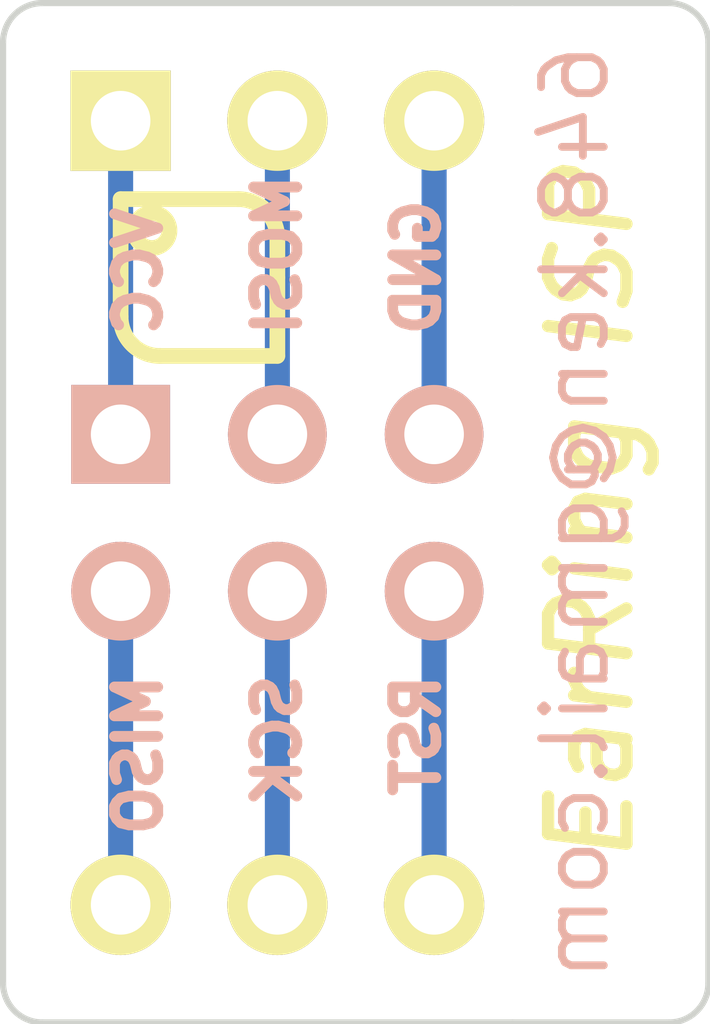
<source format=kicad_pcb>
(kicad_pcb (version 4) (host pcbnew "(2015-08-15 BZR 6092)-product")

  (general
    (links 6)
    (no_connects 0)
    (area 207.594999 86.944999 219.125001 103.555001)
    (thickness 1.6)
    (drawings 22)
    (tracks 6)
    (zones 0)
    (modules 7)
    (nets 7)
  )

  (page USLetter)
  (layers
    (0 F.Cu signal)
    (31 B.Cu signal)
    (34 B.Paste user)
    (35 F.Paste user)
    (36 B.SilkS user)
    (37 F.SilkS user)
    (38 B.Mask user)
    (39 F.Mask user hide)
    (40 Dwgs.User user)
    (44 Edge.Cuts user)
  )

  (setup
    (last_trace_width 0.4064)
    (user_trace_width 0.254)
    (user_trace_width 0.3048)
    (user_trace_width 0.4064)
    (user_trace_width 0.6096)
    (user_trace_width 2.032)
    (trace_clearance 0.1524)
    (zone_clearance 0.508)
    (zone_45_only no)
    (trace_min 0.1524)
    (segment_width 0.254)
    (edge_width 0.1)
    (via_size 0.6858)
    (via_drill 0.3302)
    (via_min_size 0.6858)
    (via_min_drill 0.3302)
    (user_via 1 0.5)
    (uvia_size 0.762)
    (uvia_drill 0.508)
    (uvias_allowed no)
    (uvia_min_size 0.508)
    (uvia_min_drill 0.127)
    (pcb_text_width 0.3)
    (pcb_text_size 1.5 1.5)
    (mod_edge_width 0.15)
    (mod_text_size 1 1)
    (mod_text_width 0.15)
    (pad_size 1.6 1.6)
    (pad_drill 0.9652)
    (pad_to_mask_clearance 0)
    (aux_axis_origin 0 0)
    (grid_origin 210.82 95.25)
    (visible_elements 7FFFFFFF)
    (pcbplotparams
      (layerselection 0x010f0_80000001)
      (usegerberextensions true)
      (excludeedgelayer true)
      (linewidth 0.100000)
      (plotframeref false)
      (viasonmask false)
      (mode 1)
      (useauxorigin false)
      (hpglpennumber 1)
      (hpglpenspeed 20)
      (hpglpendiameter 15)
      (hpglpenoverlay 2)
      (psnegative false)
      (psa4output false)
      (plotreference true)
      (plotvalue true)
      (plotinvisibletext false)
      (padsonsilk false)
      (subtractmaskfromsilk false)
      (outputformat 1)
      (mirror false)
      (drillshape 0)
      (scaleselection 1)
      (outputdirectory gerbers/))
  )

  (net 0 "")
  (net 1 GND)
  (net 2 +BATT)
  (net 3 "Net-(CON1-Pad1)")
  (net 4 "Net-(CON1-Pad3)")
  (net 5 "Net-(CON1-Pad4)")
  (net 6 "Net-(CON1-Pad5)")

  (net_class Default "This is the default net class."
    (clearance 0.1524)
    (trace_width 0.1524)
    (via_dia 0.6858)
    (via_drill 0.3302)
    (uvia_dia 0.762)
    (uvia_drill 0.508)
    (add_net +BATT)
    (add_net GND)
    (add_net "Net-(CON1-Pad1)")
    (add_net "Net-(CON1-Pad3)")
    (add_net "Net-(CON1-Pad4)")
    (add_net "Net-(CON1-Pad5)")
  )

  (module Pin_Headers:Pin_Header_Straight_1x01 (layer F.Cu) (tedit 582D3550) (tstamp 56ECD20A)
    (at 212.09 88.9)
    (descr "Through hole pin header")
    (tags "pin header")
    (path /56ECD1EE)
    (fp_text reference P5 (at 0 0) (layer F.SilkS) hide
      (effects (font (size 0.254 0.254) (thickness 0.0635)))
    )
    (fp_text value MOSI (at 0 -3.1) (layer F.Fab)
      (effects (font (size 1 1) (thickness 0.15)))
    )
    (fp_line (start -1.75 -1.75) (end -1.75 1.75) (layer F.CrtYd) (width 0.05))
    (fp_line (start 1.75 -1.75) (end 1.75 1.75) (layer F.CrtYd) (width 0.05))
    (fp_line (start -1.75 -1.75) (end 1.75 -1.75) (layer F.CrtYd) (width 0.05))
    (fp_line (start -1.75 1.75) (end 1.75 1.75) (layer F.CrtYd) (width 0.05))
    (pad 1 thru_hole circle (at 0 0) (size 1.6256 1.6256) (drill 0.9652) (layers *.Cu F.SilkS F.Mask)
      (net 5 "Net-(CON1-Pad4)"))
  )

  (module Pin_Headers:Pin_Header_Straight_1x01 (layer F.Cu) (tedit 582D3558) (tstamp 56ECD214)
    (at 214.63 88.9)
    (descr "Through hole pin header")
    (tags "pin header")
    (path /56ECD24D)
    (fp_text reference P7 (at 0 0) (layer F.SilkS) hide
      (effects (font (size 0.254 0.254) (thickness 0.0635)))
    )
    (fp_text value GND (at 0 -3.1) (layer F.Fab)
      (effects (font (size 1 1) (thickness 0.15)))
    )
    (fp_line (start -1.75 -1.75) (end -1.75 1.75) (layer F.CrtYd) (width 0.05))
    (fp_line (start 1.75 -1.75) (end 1.75 1.75) (layer F.CrtYd) (width 0.05))
    (fp_line (start -1.75 -1.75) (end 1.75 -1.75) (layer F.CrtYd) (width 0.05))
    (fp_line (start -1.75 1.75) (end 1.75 1.75) (layer F.CrtYd) (width 0.05))
    (pad 1 thru_hole circle (at 0 0) (size 1.6256 1.6256) (drill 0.9652) (layers *.Cu F.SilkS F.Mask)
      (net 1 GND))
  )

  (module Housings_DIP:DIP-6_W7.62mm (layer F.Cu) (tedit 582D3581) (tstamp 57F467B7)
    (at 209.55 96.52 90)
    (descr "6-lead dip package, row spacing 7.62 mm (300 mils)")
    (tags "dil dip 2.54 300")
    (path /57F46F3D)
    (fp_text reference CON1 (at 0 -2.54 90) (layer F.SilkS) hide
      (effects (font (size 1 1) (thickness 0.15)))
    )
    (fp_text value AVR-ISP-6 (at 0 -3.72 90) (layer F.Fab)
      (effects (font (size 1 1) (thickness 0.15)))
    )
    (pad 1 thru_hole oval (at 0 0 90) (size 1.6 1.6) (drill 0.9652) (layers *.Cu B.SilkS B.Mask)
      (net 3 "Net-(CON1-Pad1)"))
    (pad 2 thru_hole rect (at 2.54 0 90) (size 1.6 1.6) (drill 0.9652) (layers *.Cu B.SilkS B.Mask)
      (net 2 +BATT))
    (pad 3 thru_hole oval (at 0 2.54 90) (size 1.6 1.6) (drill 0.9652) (layers *.Cu B.SilkS B.Mask)
      (net 4 "Net-(CON1-Pad3)"))
    (pad 4 thru_hole oval (at 2.54 2.54 90) (size 1.6 1.6) (drill 0.9652) (layers *.Cu B.SilkS B.Mask)
      (net 5 "Net-(CON1-Pad4)"))
    (pad 5 thru_hole oval (at 0 5.08 90) (size 1.6 1.6) (drill 0.9652) (layers *.Cu B.SilkS B.Mask)
      (net 6 "Net-(CON1-Pad5)"))
    (pad 6 thru_hole oval (at 2.54 5.08 90) (size 1.6 1.6) (drill 0.9652) (layers *.Cu B.SilkS B.Mask)
      (net 1 GND))
  )

  (module Pin_Headers:Pin_Header_Straight_1x01 (layer F.Cu) (tedit 582D3577) (tstamp 56ECD20F)
    (at 214.63 101.6)
    (descr "Through hole pin header")
    (tags "pin header")
    (path /56ECD3EF)
    (fp_text reference P6 (at 0 0) (layer F.SilkS) hide
      (effects (font (size 0.254 0.254) (thickness 0.0635)))
    )
    (fp_text value RST (at 0 -3.1) (layer F.Fab)
      (effects (font (size 1 1) (thickness 0.15)))
    )
    (fp_line (start -1.75 -1.75) (end -1.75 1.75) (layer F.CrtYd) (width 0.05))
    (fp_line (start 1.75 -1.75) (end 1.75 1.75) (layer F.CrtYd) (width 0.05))
    (fp_line (start -1.75 -1.75) (end 1.75 -1.75) (layer F.CrtYd) (width 0.05))
    (fp_line (start -1.75 1.75) (end 1.75 1.75) (layer F.CrtYd) (width 0.05))
    (pad 1 thru_hole circle (at 0 0) (size 1.6256 1.6256) (drill 0.9652) (layers *.Cu F.SilkS F.Mask)
      (net 6 "Net-(CON1-Pad5)"))
  )

  (module Pin_Headers:Pin_Header_Straight_1x01 (layer F.Cu) (tedit 582D3571) (tstamp 56ECD205)
    (at 212.09 101.6)
    (descr "Through hole pin header")
    (tags "pin header")
    (path /56ECD3F5)
    (fp_text reference P4 (at 0 0) (layer F.SilkS) hide
      (effects (font (size 0.254 0.254) (thickness 0.0635)))
    )
    (fp_text value SCK (at 0 -3.1) (layer F.Fab)
      (effects (font (size 1 1) (thickness 0.15)))
    )
    (fp_line (start -1.75 -1.75) (end -1.75 1.75) (layer F.CrtYd) (width 0.05))
    (fp_line (start 1.75 -1.75) (end 1.75 1.75) (layer F.CrtYd) (width 0.05))
    (fp_line (start -1.75 -1.75) (end 1.75 -1.75) (layer F.CrtYd) (width 0.05))
    (fp_line (start -1.75 1.75) (end 1.75 1.75) (layer F.CrtYd) (width 0.05))
    (pad 1 thru_hole circle (at 0 0) (size 1.6256 1.6256) (drill 0.9652) (layers *.Cu F.SilkS F.Mask)
      (net 4 "Net-(CON1-Pad3)"))
  )

  (module Pin_Headers:Pin_Header_Straight_1x01 (layer F.Cu) (tedit 582D356A) (tstamp 56ECD1FB)
    (at 209.55 101.6)
    (descr "Through hole pin header")
    (tags "pin header")
    (path /56ECD3FB)
    (fp_text reference P2 (at 0 0.127) (layer F.SilkS) hide
      (effects (font (size 0.254 0.254) (thickness 0.0635)))
    )
    (fp_text value MISO (at 0 -3.1) (layer F.Fab)
      (effects (font (size 1 1) (thickness 0.15)))
    )
    (fp_line (start -1.75 -1.75) (end -1.75 1.75) (layer F.CrtYd) (width 0.05))
    (fp_line (start 1.75 -1.75) (end 1.75 1.75) (layer F.CrtYd) (width 0.05))
    (fp_line (start -1.75 -1.75) (end 1.75 -1.75) (layer F.CrtYd) (width 0.05))
    (fp_line (start -1.75 1.75) (end 1.75 1.75) (layer F.CrtYd) (width 0.05))
    (pad 1 thru_hole circle (at 0 0) (size 1.6256 1.6256) (drill 0.9652) (layers *.Cu F.SilkS F.Mask)
      (net 3 "Net-(CON1-Pad1)"))
  )

  (module Pin_Headers:Pin_Header_Straight_1x01 (layer F.Cu) (tedit 582D3562) (tstamp 56ECD200)
    (at 209.55 88.9)
    (descr "Through hole pin header")
    (tags "pin header")
    (path /56ECD16B)
    (fp_text reference P3 (at 0 0) (layer F.SilkS) hide
      (effects (font (size 0.254 0.254) (thickness 0.0635)))
    )
    (fp_text value VCC (at 0 -3.1) (layer F.Fab)
      (effects (font (size 1 1) (thickness 0.15)))
    )
    (fp_line (start -1.75 -1.75) (end -1.75 1.75) (layer F.CrtYd) (width 0.05))
    (fp_line (start 1.75 -1.75) (end 1.75 1.75) (layer F.CrtYd) (width 0.05))
    (fp_line (start -1.75 -1.75) (end 1.75 -1.75) (layer F.CrtYd) (width 0.05))
    (fp_line (start -1.75 1.75) (end 1.75 1.75) (layer F.CrtYd) (width 0.05))
    (pad 1 thru_hole rect (at 0 0) (size 1.6256 1.6256) (drill 0.9652) (layers *.Cu F.SilkS F.Mask)
      (net 2 +BATT))
  )

  (gr_text 648.ken@gmail.com (at 216.916 95.25 90) (layer B.SilkS)
    (effects (font (size 1.016 1.016) (thickness 0.127)) (justify mirror))
  )
  (gr_line (start 215.9 86.995) (end 218.44 86.995) (angle 90) (layer Edge.Cuts) (width 0.1))
  (gr_line (start 215.9 103.505) (end 218.44 103.505) (angle 90) (layer Edge.Cuts) (width 0.1))
  (gr_line (start 207.645 102.87) (end 207.645 87.63) (angle 90) (layer Edge.Cuts) (width 0.1))
  (gr_line (start 215.9 103.505) (end 208.28 103.505) (angle 90) (layer Edge.Cuts) (width 0.1))
  (gr_line (start 219.075 87.63) (end 219.075 102.87) (angle 90) (layer Edge.Cuts) (width 0.1))
  (gr_line (start 208.28 86.995) (end 215.9 86.995) (angle 90) (layer Edge.Cuts) (width 0.1))
  (gr_circle (center 210.058 90.678) (end 209.804 90.551) (layer F.SilkS) (width 0.254))
  (gr_line (start 209.55 90.17) (end 211.455 90.17) (angle 90) (layer F.SilkS) (width 0.254))
  (gr_arc (start 211.455 90.805) (end 211.455 90.17) (angle 90) (layer F.SilkS) (width 0.254))
  (gr_line (start 212.09 91.44) (end 212.09 90.805) (angle 90) (layer F.SilkS) (width 0.254))
  (gr_line (start 212.09 92.71) (end 212.09 91.44) (angle 90) (layer F.SilkS) (width 0.254))
  (gr_line (start 210.185 92.71) (end 212.09 92.71) (angle 90) (layer F.SilkS) (width 0.254))
  (gr_arc (start 210.185 92.075) (end 210.185 92.71) (angle 90) (layer F.SilkS) (width 0.254))
  (gr_line (start 209.55 90.17) (end 209.55 92.075) (angle 90) (layer F.SilkS) (width 0.254))
  (gr_text "EarRing ISP" (at 217.17 95.25 90) (layer F.SilkS)
    (effects (font (size 1.27 1.27) (thickness 0.2) italic))
  )
  (gr_arc (start 218.44 102.87) (end 219.075 102.87) (angle 90) (layer Edge.Cuts) (width 0.1))
  (gr_arc (start 208.28 102.87) (end 208.28 103.505) (angle 90) (layer Edge.Cuts) (width 0.1))
  (gr_arc (start 218.44 87.63) (end 218.44 86.995) (angle 90) (layer Edge.Cuts) (width 0.1))
  (gr_arc (start 208.28 87.63) (end 207.645 87.63) (angle 90) (layer Edge.Cuts) (width 0.1))
  (gr_text "MISO\n\nSCK\n\nRST" (at 212.09 97.79 90) (layer B.SilkS)
    (effects (font (size 0.7 0.7) (thickness 0.175)) (justify left mirror))
  )
  (gr_text "VCC\n\nMOSI\n\nGND" (at 212.09 92.456 90) (layer B.SilkS)
    (effects (font (size 0.7 0.7) (thickness 0.175)) (justify right mirror))
  )

  (segment (start 214.63 93.98) (end 214.63 88.9) (width 0.4064) (layer B.Cu) (net 1))
  (segment (start 209.55 93.98) (end 209.55 88.9) (width 0.4064) (layer B.Cu) (net 2))
  (segment (start 209.55 101.6) (end 209.55 96.52) (width 0.4064) (layer B.Cu) (net 3))
  (segment (start 212.09 101.6) (end 212.09 96.52) (width 0.4064) (layer B.Cu) (net 4))
  (segment (start 212.09 93.98) (end 212.09 88.9) (width 0.4064) (layer B.Cu) (net 5))
  (segment (start 214.63 101.6) (end 214.63 96.52) (width 0.4064) (layer B.Cu) (net 6))

)

</source>
